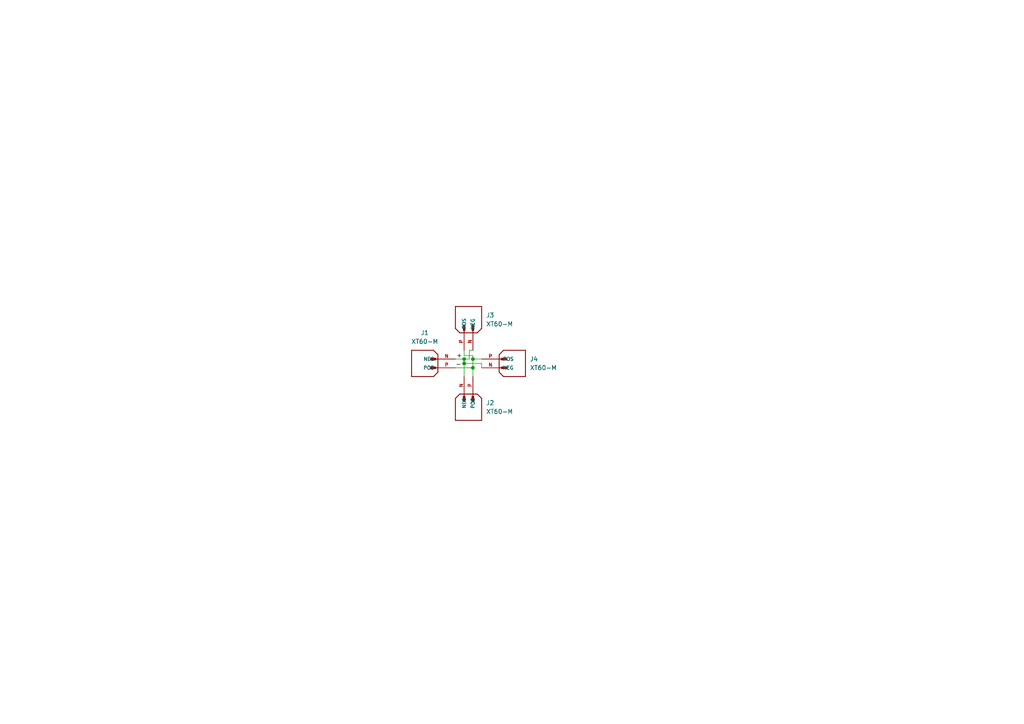
<source format=kicad_sch>
(kicad_sch (version 20211123) (generator eeschema)
  (paper "A4")
  (lib_symbols
    (symbol "XT60-M:XT60-M" (pin_names (offset 1.016))
      (property "Reference" "J" (at 0 6.35 0))
      (property "Value" "XT60-M" (at 0 -5.08 0))
      (symbol "XT60-M_0_0"
        (polyline (pts (xy 0 -1.27) (xy 1.27 -2.54)) (stroke (width 0.254)))
        (polyline (pts (xy 0 0) (xy 1.905 0)) (stroke (width 0.254)))
        (polyline (pts (xy 0 2.54) (xy 0 -1.27)) (stroke (width 0.254)))
        (polyline (pts (xy 0 2.54) (xy 1.905 2.54)) (stroke (width 0.254)))
        (polyline (pts (xy 0 3.81) (xy 0 2.54)) (stroke (width 0.254)))
        (polyline (pts (xy 0 3.81) (xy 1.27 5.08)) (stroke (width 0.254)))
        (polyline (pts (xy 1.27 -2.54) (xy 7.62 -2.54)) (stroke (width 0.254)))
        (polyline (pts (xy 7.62 -2.54) (xy 7.62 5.08)) (stroke (width 0.254)))
        (polyline (pts (xy 7.62 5.08) (xy 1.27 5.08)) (stroke (width 0.254)))
        (rectangle (start 0.635 -0.3175) (end 2.2225 0.3175) (stroke (width 0.1)) (fill (type outline)))
        (rectangle (start 0.635 2.2225) (end 2.2225 2.8575) (stroke (width 0.1)) (fill (type outline)))
        (pin passive line (at -5.08 0 0) (length 5.08) (name "NEG") (number "N"))
        (pin passive line (at -5.08 2.54 0) (length 5.08) (name "POS") (number "P"))
      )
    )
  )
  (junction (at 134.62 104.14))
  (junction (at 137.16 106.68))
  (junction (at 137.16 104.14))
  (junction (at 134.62 105.41))
  (wire (pts (xy 134.62 104.14) (xy 136.144 104.14)))
  (wire (pts (xy 134.62 101.6) (xy 134.62 103.124)))
  (wire (pts (xy 134.62 103.124) (xy 137.16 103.124)))
  (wire (pts (xy 139.7 104.14) (xy 137.16 104.14)))
  (wire (pts (xy 136.144 101.6) (xy 137.16 101.6)))
  (wire (pts (xy 139.7 105.41) (xy 139.7 106.68)))
  (wire (pts (xy 132.08 106.68) (xy 137.16 106.68)))
  (wire (pts (xy 137.16 106.68) (xy 137.16 109.22)))
  (wire (pts (xy 137.16 104.14) (xy 137.16 106.68)))
  (wire (pts (xy 134.62 105.41) (xy 134.62 109.22)))
  (wire (pts (xy 134.62 104.14) (xy 134.62 105.41)))
  (wire (pts (xy 132.08 104.14) (xy 134.62 104.14)))
  (wire (pts (xy 134.62 105.41) (xy 139.7 105.41)))
  (wire (pts (xy 137.16 103.124) (xy 137.16 104.14)))
  (wire (pts (xy 136.144 104.14) (xy 136.144 101.6)))
  (label "+" (at 132.334 104.14 0))
  (label "-" (at 132.08 106.68 0))
  (symbol (lib_id "XT60-M:XT60-M") (at 134.62 114.3 270) (unit 1)
    (property "Reference" "J2" (at 140.97 116.8399 90) (effects (justify left)))
    (property "Value" "XT60-M" (at 140.97 119.3799 90) (effects (justify left)))
    (property "Footprint" "AMASS_XT60-M" (effects hide))
    (property "MANUFACTURER" "AMASS" (effects hide))
    (property "PARTREV" "V1.2" (effects hide))
    (property "MAXIMUM_PACKAGE_HEIGHT" "16.00 mm" (effects hide))
    (property "STANDARD" "IPC 7351B" (effects hide))
  )
  (symbol (lib_id "XT60-M:XT60-M") (at 137.16 96.52 90) (unit 1)
    (property "Reference" "J3" (at 140.97 91.4399 90) (effects (justify right)))
    (property "Value" "XT60-M" (at 140.97 93.9799 90) (effects (justify right)))
    (property "Footprint" "AMASS_XT60-M" (effects hide))
    (property "MANUFACTURER" "AMASS" (effects hide))
    (property "PARTREV" "V1.2" (effects hide))
    (property "MAXIMUM_PACKAGE_HEIGHT" "16.00 mm" (effects hide))
    (property "STANDARD" "IPC 7351B" (effects hide))
  )
  (symbol (lib_id "XT60-M:XT60-M") (at 144.78 106.68 0) (unit 1)
    (property "Reference" "J4" (at 153.67 104.1399 0) (effects (justify left)))
    (property "Value" "XT60-M" (at 153.67 106.6799 0) (effects (justify left)))
    (property "Footprint" "AMASS_XT60-M" (effects hide))
    (property "MANUFACTURER" "AMASS" (effects hide))
    (property "PARTREV" "V1.2" (effects hide))
    (property "MAXIMUM_PACKAGE_HEIGHT" "16.00 mm" (effects hide))
    (property "STANDARD" "IPC 7351B" (effects hide))
  )
  (symbol (lib_id "XT60-M:XT60-M") (at 127 104.14 180) (unit 1)
    (property "Reference" "J1" (at 123.19 96.52 0))
    (property "Value" "XT60-M" (at 123.19 99.06 0))
    (property "Footprint" "AMASS_XT60-M" (effects hide))
    (property "MANUFACTURER" "AMASS" (effects hide))
    (property "PARTREV" "V1.2" (effects hide))
    (property "MAXIMUM_PACKAGE_HEIGHT" "16.00 mm" (effects hide))
    (property "STANDARD" "IPC 7351B" (effects hide))
  )
)
</source>
